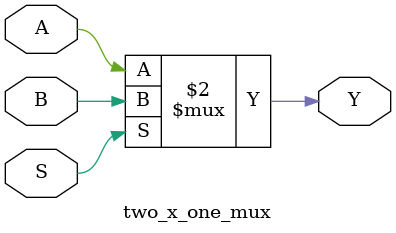
<source format=v>
module two_x_one_mux(A,B,S,Y);
input A,B,S;
output Y;

assign Y= (S==1) ? B: A;//?


endmodule

</source>
